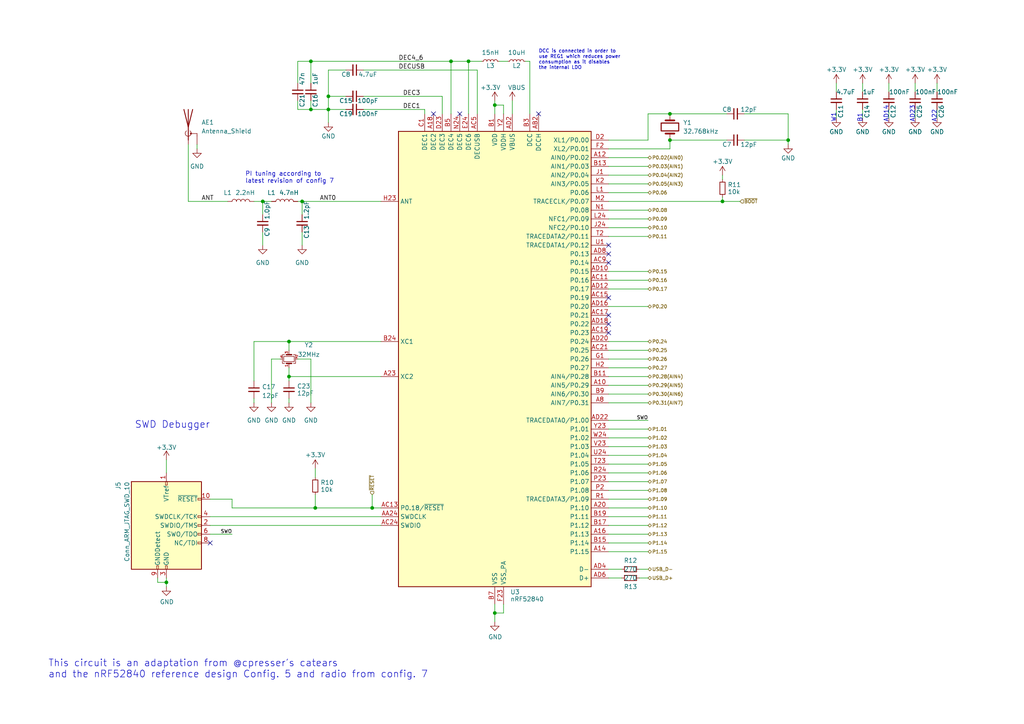
<source format=kicad_sch>
(kicad_sch (version 20230121) (generator eeschema)
  (paper "A4")
  (lib_symbols
    (symbol "Connector:Conn_ARM_JTAG_SWD_10" (pin_names (offset 1.016))
      (property "Reference" "J" (at -2.54 16.51 0))
      (property "Value" "Conn_ARM_JTAG_SWD_10" (at -2.54 13.97 0))
      (symbol "Conn_ARM_JTAG_SWD_10_0_1"
        (rectangle (start -10.16 12.7) (end 10.16 -12.7) (stroke (width 0.254)) (fill (type background)))
        (rectangle (start -2.794 -12.7) (end -2.286 -11.684))
        (rectangle (start -0.254 -12.7) (end 0.254 -11.684))
        (rectangle (start -0.254 12.7) (end 0.254 11.684))
        (rectangle (start 9.144 2.286) (end 10.16 2.794))
        (rectangle (start 10.16 -2.794) (end 9.144 -2.286))
        (rectangle (start 10.16 -0.254) (end 9.144 0.254))
        (rectangle (start 10.16 7.874) (end 9.144 7.366))
      )
      (symbol "Conn_ARM_JTAG_SWD_10_1_1"
        (rectangle (start 9.144 -5.334) (end 10.16 -4.826))
        (pin power_in line (at 0 15.24 270) (length 2.54) (name "VTref") (number "1"))
        (pin open_collector line (at 12.7 7.62 180) (length 2.54) (name "~{RESET}") (number "10"))
        (pin bidirectional line (at 12.7 0 180) (length 2.54) (name "SWDIO/TMS") (number "2"))
        (pin power_in line (at 0 -15.24 90) (length 2.54) (name "GND") (number "3"))
        (pin output line (at 12.7 2.54 180) (length 2.54) (name "SWDCLK/TCK") (number "4"))
        (pin passive line (at 0 -15.24 90) (length 2.54) hide (name "GND") (number "5"))
        (pin input line (at 12.7 -2.54 180) (length 2.54) (name "SWO/TDO") (number "6"))
        (pin no_connect line (at -10.16 0 0) (length 2.54) hide (name "KEY") (number "7"))
        (pin output line (at 12.7 -5.08 180) (length 2.54) (name "NC/TDI") (number "8"))
        (pin passive line (at -2.54 -15.24 90) (length 2.54) (name "GNDDetect") (number "9"))
      )
    )
    (symbol "Device:Antenna_Shield" (pin_numbers hide) (pin_names (offset 1.016) hide)
      (property "Reference" "AE" (at -1.905 4.445 0))
      (property "Value" "Antenna_Shield" (at -1.905 2.54 0))
      (symbol "Antenna_Shield_0_1"
        (arc (start -0.508 -1.143) (mid -0.8485 -2.1032) (end 0 -2.667))
        (arc (start 0 -2.667) (mid 0.8047 -2.0885) (end 0.508 -1.143))
        (polyline (pts (xy 0 -2.54) (xy 0 0)))
        (polyline (pts (xy 0 5.08) (xy 0 -3.81)) (stroke (width 0.254)))
        (polyline (pts (xy 0.762 -1.905) (xy 2.54 -1.905)))
        (polyline (pts (xy 2.54 -2.54) (xy 2.54 -1.905)))
        (polyline (pts (xy 1.27 5.08) (xy 0 0) (xy -1.27 5.08)) (stroke (width 0.254)))
        (circle (center 0.762 -1.905) (radius 0.1778) (fill (type outline)))
      )
      (symbol "Antenna_Shield_1_1"
        (pin input line (at 0 -5.08 90) (length 2.54) (name "A") (number "1"))
        (pin input line (at 2.54 -5.08 90) (length 2.54) (name "Shield") (number "2"))
      )
    )
    (symbol "Device:C_Small" (pin_numbers hide) (pin_names (offset 0.254) hide)
      (property "Reference" "C" (at 0.254 1.778 0))
      (property "Value" "C_Small" (at 0.254 -2.032 0))
      (symbol "C_Small_0_1"
        (polyline (pts (xy -1.524 -0.508) (xy 1.524 -0.508)) (stroke (width 0.3302)))
        (polyline (pts (xy -1.524 0.508) (xy 1.524 0.508)) (stroke (width 0.3048)))
      )
      (symbol "C_Small_1_1"
        (pin passive line (at 0 2.54 270) (length 2.032) (name "~") (number "1"))
        (pin passive line (at 0 -2.54 90) (length 2.032) (name "~") (number "2"))
      )
    )
    (symbol "Device:Crystal" (pin_numbers hide) (pin_names (offset 1.016) hide)
      (property "Reference" "Y" (at 0 3.81 0))
      (property "Value" "Crystal" (at 0 -3.81 0))
      (symbol "Crystal_0_1"
        (rectangle (start -1.143 2.54) (end 1.143 -2.54) (stroke (width 0.3048)))
        (polyline (pts (xy -2.54 0) (xy -1.905 0)))
        (polyline (pts (xy -1.905 -1.27) (xy -1.905 1.27)) (stroke (width 0.508)))
        (polyline (pts (xy 1.905 -1.27) (xy 1.905 1.27)) (stroke (width 0.508)))
        (polyline (pts (xy 2.54 0) (xy 1.905 0)))
      )
      (symbol "Crystal_1_1"
        (pin passive line (at -3.81 0 0) (length 1.27) (name "1") (number "1"))
        (pin passive line (at 3.81 0 180) (length 1.27) (name "2") (number "2"))
      )
    )
    (symbol "Device:Crystal_GND24_Small" (pin_names (offset 1.016) hide)
      (property "Reference" "Y" (at 1.27 4.445 0))
      (property "Value" "Crystal_GND24_Small" (at 1.27 2.54 0))
      (symbol "Crystal_GND24_Small_0_1"
        (rectangle (start -0.762 -1.524) (end 0.762 1.524))
        (polyline (pts (xy -1.27 -0.762) (xy -1.27 0.762)) (stroke (width 0.381)))
        (polyline (pts (xy 1.27 -0.762) (xy 1.27 0.762)) (stroke (width 0.381)))
        (polyline (pts (xy -1.27 -1.27) (xy -1.27 -1.905) (xy 1.27 -1.905) (xy 1.27 -1.27)))
        (polyline (pts (xy -1.27 1.27) (xy -1.27 1.905) (xy 1.27 1.905) (xy 1.27 1.27)))
      )
      (symbol "Crystal_GND24_Small_1_1"
        (pin passive line (at -2.54 0 0) (length 1.27) (name "1") (number "1"))
        (pin passive line (at 0 -2.54 90) (length 0.635) (name "2") (number "2"))
        (pin passive line (at 2.54 0 180) (length 1.27) (name "3") (number "3"))
        (pin passive line (at 0 2.54 270) (length 0.635) (name "4") (number "4"))
      )
    )
    (symbol "Device:L" (pin_numbers hide) (pin_names (offset 1.016) hide)
      (property "Reference" "L" (at -1.27 0 90))
      (property "Value" "L" (at 1.905 0 90))
      (symbol "L_0_1"
        (arc (start 0 -2.54) (mid 0.6323 -1.905) (end 0 -1.27))
        (arc (start 0 -1.27) (mid 0.6323 -0.635) (end 0 0))
        (arc (start 0 0) (mid 0.6323 0.635) (end 0 1.27))
        (arc (start 0 1.27) (mid 0.6323 1.905) (end 0 2.54))
      )
      (symbol "L_1_1"
        (pin passive line (at 0 3.81 270) (length 1.27) (name "1") (number "1"))
        (pin passive line (at 0 -3.81 90) (length 1.27) (name "2") (number "2"))
      )
    )
    (symbol "Device:L_Small" (pin_numbers hide) (pin_names (offset 0.254) hide)
      (property "Reference" "L" (at 0.762 1.016 0))
      (property "Value" "L_Small" (at 0.762 -1.016 0))
      (symbol "L_Small_0_1"
        (arc (start 0 -2.032) (mid 0.5058 -1.524) (end 0 -1.016))
        (arc (start 0 -1.016) (mid 0.5058 -0.508) (end 0 0))
        (arc (start 0 0) (mid 0.5058 0.508) (end 0 1.016))
        (arc (start 0 1.016) (mid 0.5058 1.524) (end 0 2.032))
      )
      (symbol "L_Small_1_1"
        (pin passive line (at 0 2.54 270) (length 0.508) (name "~") (number "1"))
        (pin passive line (at 0 -2.54 90) (length 0.508) (name "~") (number "2"))
      )
    )
    (symbol "Device:R_Small" (pin_numbers hide) (pin_names (offset 0.254) hide)
      (property "Reference" "R" (at 0.762 0.508 0))
      (property "Value" "R_Small" (at 0.762 -1.016 0))
      (symbol "R_Small_0_1"
        (rectangle (start -0.762 1.778) (end 0.762 -1.778) (stroke (width 0.2032)))
      )
      (symbol "R_Small_1_1"
        (pin passive line (at 0 2.54 270) (length 0.762) (name "~") (number "1"))
        (pin passive line (at 0 -2.54 90) (length 0.762) (name "~") (number "2"))
      )
    )
    (symbol "MCU_Nordic:nRF52840"
      (property "Reference" "U" (at 0 5.08 0))
      (property "Value" "nRF52840" (at 0 2.54 0))
      (symbol "nRF52840_0_1"
        (rectangle (start -27.94 66.04) (end 27.94 -66.04) (stroke (width 0.254)) (fill (type background)))
      )
      (symbol "nRF52840_1_1"
        (pin bidirectional line (at 33.02 -7.62 180) (length 5.08) (name "AIN5/P0.29") (number "A10"))
        (pin bidirectional line (at 33.02 58.42 180) (length 5.08) (name "AIN0/P0.02") (number "A12"))
        (pin bidirectional line (at 33.02 -55.88 180) (length 5.08) (name "P1.15") (number "A14"))
        (pin bidirectional line (at 33.02 -50.8 180) (length 5.08) (name "P1.13") (number "A16"))
        (pin passive line (at -17.78 71.12 270) (length 5.08) (name "DEC2") (number "A18"))
        (pin bidirectional line (at 33.02 -43.18 180) (length 5.08) (name "P1.10") (number "A20"))
        (pin passive line (at 0 71.12 270) (length 5.08) hide (name "VDD") (number "A22"))
        (pin input line (at -33.02 -5.08 0) (length 5.08) (name "XC2") (number "A23"))
        (pin bidirectional line (at 33.02 -12.7 180) (length 5.08) (name "AIN7/P0.31") (number "A8"))
        (pin input line (at -33.02 -45.72 0) (length 5.08) (name "SWDCLK") (number "AA24"))
        (pin power_out line (at 12.7 71.12 270) (length 5.08) (name "DCCH") (number "AB2"))
        (pin bidirectional line (at 33.02 22.86 180) (length 5.08) (name "P0.16") (number "AC11"))
        (pin bidirectional line (at -33.02 -43.18 0) (length 5.08) (name "P0.18/~{RESET}") (number "AC13"))
        (pin bidirectional line (at 33.02 17.78 180) (length 5.08) (name "P0.19") (number "AC15"))
        (pin bidirectional line (at 33.02 12.7 180) (length 5.08) (name "P0.21") (number "AC17"))
        (pin bidirectional line (at 33.02 7.62 180) (length 5.08) (name "P0.23") (number "AC19"))
        (pin bidirectional line (at 33.02 2.54 180) (length 5.08) (name "P0.25") (number "AC21"))
        (pin bidirectional line (at -33.02 -48.26 0) (length 5.08) (name "SWDIO") (number "AC24"))
        (pin passive line (at -5.08 71.12 270) (length 5.08) (name "DECUSB") (number "AC5"))
        (pin bidirectional line (at 33.02 27.94 180) (length 5.08) (name "P0.14") (number "AC9"))
        (pin bidirectional line (at 33.02 25.4 180) (length 5.08) (name "P0.15") (number "AD10"))
        (pin bidirectional line (at 33.02 20.32 180) (length 5.08) (name "P0.17") (number "AD12"))
        (pin passive line (at 0 71.12 270) (length 5.08) hide (name "VDD") (number "AD14"))
        (pin bidirectional line (at 33.02 15.24 180) (length 5.08) (name "P0.20") (number "AD16"))
        (pin bidirectional line (at 33.02 10.16 180) (length 5.08) (name "P0.22") (number "AD18"))
        (pin power_in line (at 5.08 71.12 270) (length 5.08) (name "VBUS") (number "AD2"))
        (pin bidirectional line (at 33.02 5.08 180) (length 5.08) (name "P0.24") (number "AD20"))
        (pin bidirectional line (at 33.02 -17.78 180) (length 5.08) (name "TRACEDATA0/P1.00") (number "AD22"))
        (pin passive line (at 0 71.12 270) (length 5.08) hide (name "VDD") (number "AD23"))
        (pin bidirectional line (at 33.02 -60.96 180) (length 5.08) (name "D-") (number "AD4"))
        (pin bidirectional line (at 33.02 -63.5 180) (length 5.08) (name "D+") (number "AD6"))
        (pin bidirectional line (at 33.02 30.48 180) (length 5.08) (name "P0.13") (number "AD8"))
        (pin power_in line (at 0 71.12 270) (length 5.08) (name "VDD") (number "B1"))
        (pin bidirectional line (at 33.02 -5.08 180) (length 5.08) (name "AIN4/P0.28") (number "B11"))
        (pin bidirectional line (at 33.02 55.88 180) (length 5.08) (name "AIN1/P0.03") (number "B13"))
        (pin bidirectional line (at 33.02 -53.34 180) (length 5.08) (name "P1.14") (number "B15"))
        (pin bidirectional line (at 33.02 -48.26 180) (length 5.08) (name "P1.12") (number "B17"))
        (pin bidirectional line (at 33.02 -45.72 180) (length 5.08) (name "P1.11") (number "B19"))
        (pin input line (at -33.02 5.08 0) (length 5.08) (name "XC1") (number "B24"))
        (pin power_out line (at 10.16 71.12 270) (length 5.08) (name "DCC") (number "B3"))
        (pin passive line (at -12.7 71.12 270) (length 5.08) (name "DEC4") (number "B5"))
        (pin power_in line (at 0 -71.12 90) (length 5.08) (name "VSS") (number "B7"))
        (pin bidirectional line (at 33.02 -10.16 180) (length 5.08) (name "AIN6/P0.30") (number "B9"))
        (pin passive line (at -20.32 71.12 270) (length 5.08) (name "DEC1") (number "C1"))
        (pin bidirectional line (at 33.02 63.5 180) (length 5.08) (name "XL1/P0.00") (number "D2"))
        (pin passive line (at -15.24 71.12 270) (length 5.08) (name "DEC3") (number "D23"))
        (pin passive line (at -7.62 71.12 270) (length 5.08) (name "DEC6") (number "E24"))
        (pin passive line (at 0 -71.12 90) (length 5.08) hide (name "VSS") (number "EP"))
        (pin bidirectional line (at 33.02 60.96 180) (length 5.08) (name "XL2/P0.01") (number "F2"))
        (pin power_in line (at 2.54 -71.12 90) (length 5.08) (name "VSS_PA") (number "F23"))
        (pin bidirectional line (at 33.02 0 180) (length 5.08) (name "P0.26") (number "G1"))
        (pin bidirectional line (at 33.02 -2.54 180) (length 5.08) (name "P0.27") (number "H2"))
        (pin passive line (at -33.02 45.72 0) (length 5.08) (name "ANT") (number "H23"))
        (pin bidirectional line (at 33.02 53.34 180) (length 5.08) (name "AIN2/P0.04") (number "J1"))
        (pin bidirectional line (at 33.02 38.1 180) (length 5.08) (name "NFC2/P0.10") (number "J24"))
        (pin bidirectional line (at 33.02 50.8 180) (length 5.08) (name "AIN3/P0.05") (number "K2"))
        (pin bidirectional line (at 33.02 48.26 180) (length 5.08) (name "P0.06") (number "L1"))
        (pin bidirectional line (at 33.02 40.64 180) (length 5.08) (name "NFC1/P0.09") (number "L24"))
        (pin bidirectional line (at 33.02 45.72 180) (length 5.08) (name "TRACECLK/P0.07") (number "M2"))
        (pin bidirectional line (at 33.02 43.18 180) (length 5.08) (name "P0.08") (number "N1"))
        (pin passive line (at -10.16 71.12 270) (length 5.08) (name "DEC5") (number "N24"))
        (pin bidirectional line (at 33.02 -38.1 180) (length 5.08) (name "P1.08") (number "P2"))
        (pin bidirectional line (at 33.02 -35.56 180) (length 5.08) (name "P1.07") (number "P23"))
        (pin bidirectional line (at 33.02 -40.64 180) (length 5.08) (name "TRACEDATA3/P1.09") (number "R1"))
        (pin bidirectional line (at 33.02 -33.02 180) (length 5.08) (name "P1.06") (number "R24"))
        (pin bidirectional line (at 33.02 35.56 180) (length 5.08) (name "TRACEDATA2/P0.11") (number "T2"))
        (pin bidirectional line (at 33.02 -30.48 180) (length 5.08) (name "P1.05") (number "T23"))
        (pin bidirectional line (at 33.02 33.02 180) (length 5.08) (name "TRACEDATA1/P0.12") (number "U1"))
        (pin bidirectional line (at 33.02 -27.94 180) (length 5.08) (name "P1.04") (number "U24"))
        (pin bidirectional line (at 33.02 -25.4 180) (length 5.08) (name "P1.03") (number "V23"))
        (pin passive line (at 0 71.12 270) (length 5.08) hide (name "VDD") (number "W1"))
        (pin bidirectional line (at 33.02 -22.86 180) (length 5.08) (name "P1.02") (number "W24"))
        (pin power_in line (at 2.54 71.12 270) (length 5.08) (name "VDDH") (number "Y2"))
        (pin bidirectional line (at 33.02 -20.32 180) (length 5.08) (name "P1.01") (number "Y23"))
      )
    )
    (symbol "power:+3.3V" (power) (pin_names (offset 0))
      (property "Value" "+3.3V" (at 0 3.556 0))
      (symbol "+3.3V_0_1"
        (polyline (pts (xy -0.762 1.27) (xy 0 2.54)))
        (polyline (pts (xy 0 0) (xy 0 2.54)))
        (polyline (pts (xy 0 2.54) (xy 0.762 1.27)))
      )
      (symbol "+3.3V_1_1"
        (pin power_in line (at 0 0 90) (length 0) hide (name "+3.3V") (number "1"))
      )
    )
    (symbol "power:GND" (power) (pin_names (offset 0))
      (property "Value" "GND" (at 0 -3.81 0))
      (symbol "GND_0_1"
        (polyline (pts (xy 0 0) (xy 0 -1.27) (xy 1.27 -1.27) (xy 0 -2.54) (xy -1.27 -1.27) (xy 0 -1.27)))
      )
      (symbol "GND_1_1"
        (pin power_in line (at 0 0 270) (length 0) hide (name "GND") (number "1"))
      )
    )
    (symbol "power:VBUS" (power) (pin_names (offset 0))
      (property "Value" "VBUS" (at 0 3.81 0))
      (symbol "VBUS_0_1"
        (polyline (pts (xy -0.762 1.27) (xy 0 2.54)))
        (polyline (pts (xy 0 0) (xy 0 2.54)))
        (polyline (pts (xy 0 2.54) (xy 0.762 1.27)))
      )
      (symbol "VBUS_1_1"
        (pin power_in line (at 0 0 90) (length 0) hide (name "VBUS") (number "1"))
      )
    )
  )
  (junction (at 143.51 30.48))
  (junction (at 90.17 17.78))
  (junction (at 90.17 31.75))
  (junction (at 48.26 168.91))
  (junction (at 87.63 58.42))
  (junction (at 135.89 17.78))
  (junction (at 194.31 33.02))
  (junction (at 194.31 40.64))
  (junction (at 143.51 177.8))
  (junction (at 107.95 147.32))
  (junction (at 95.25 31.75))
  (junction (at 95.25 27.94))
  (junction (at 228.6 40.64))
  (junction (at 83.82 109.22))
  (junction (at 209.55 58.42))
  (junction (at 91.44 147.32))
  (junction (at 130.81 17.78))
  (junction (at 76.2 58.42))
  (junction (at 83.82 99.06))
  (no_connect (at 60.96 157.48))
  (no_connect (at 156.21 33.02))
  (no_connect (at 176.53 73.66))
  (no_connect (at 176.53 71.12))
  (no_connect (at 133.35 33.02))
  (no_connect (at 176.53 91.44))
  (no_connect (at 176.53 93.98))
  (no_connect (at 125.73 33.02))
  (no_connect (at 176.53 86.36))
  (no_connect (at 176.53 76.2))
  (no_connect (at 176.53 96.52))
  (wire (pts (xy 148.59 29.21) (xy 148.59 33.02)))
  (wire (pts (xy 176.53 121.92) (xy 187.96 121.92)))
  (wire (pts (xy 100.33 27.94) (xy 95.25 27.94)))
  (wire (pts (xy 228.6 33.02) (xy 228.6 40.64)))
  (wire (pts (xy 176.53 66.04) (xy 187.96 66.04)))
  (wire (pts (xy 91.44 135.89) (xy 91.44 138.43)))
  (wire (pts (xy 100.33 31.75) (xy 95.25 31.75)))
  (wire (pts (xy 143.51 30.48) (xy 143.51 33.02)))
  (wire (pts (xy 83.82 109.22) (xy 110.49 109.22)))
  (wire (pts (xy 105.41 20.32) (xy 138.43 20.32)))
  (wire (pts (xy 209.55 50.8) (xy 209.55 52.07)))
  (wire (pts (xy 54.61 41.91) (xy 54.61 58.42)))
  (wire (pts (xy 215.9 33.02) (xy 228.6 33.02)))
  (wire (pts (xy 185.42 165.1) (xy 187.96 165.1)))
  (wire (pts (xy 138.43 33.02) (xy 138.43 20.32)))
  (wire (pts (xy 242.57 31.75) (xy 242.57 34.29)))
  (wire (pts (xy 176.53 99.06) (xy 187.96 99.06)))
  (wire (pts (xy 176.53 152.4) (xy 187.96 152.4)))
  (wire (pts (xy 83.82 99.06) (xy 83.82 101.6)))
  (wire (pts (xy 176.53 83.82) (xy 187.96 83.82)))
  (wire (pts (xy 81.28 104.14) (xy 78.74 104.14)))
  (wire (pts (xy 143.51 177.8) (xy 143.51 180.34)))
  (wire (pts (xy 60.96 152.4) (xy 110.49 152.4)))
  (wire (pts (xy 86.36 58.42) (xy 87.63 58.42)))
  (wire (pts (xy 146.05 30.48) (xy 143.51 30.48)))
  (wire (pts (xy 176.53 88.9) (xy 187.96 88.9)))
  (wire (pts (xy 176.53 116.84) (xy 187.96 116.84)))
  (wire (pts (xy 73.66 110.49) (xy 73.66 99.06)))
  (wire (pts (xy 209.55 58.42) (xy 214.63 58.42)))
  (wire (pts (xy 250.19 31.75) (xy 250.19 34.29)))
  (wire (pts (xy 87.63 58.42) (xy 110.49 58.42)))
  (wire (pts (xy 86.36 29.21) (xy 86.36 31.75)))
  (wire (pts (xy 176.53 165.1) (xy 180.34 165.1)))
  (wire (pts (xy 176.53 106.68) (xy 187.96 106.68)))
  (wire (pts (xy 86.36 104.14) (xy 90.17 104.14)))
  (wire (pts (xy 73.66 99.06) (xy 83.82 99.06)))
  (wire (pts (xy 128.27 27.94) (xy 128.27 33.02)))
  (wire (pts (xy 215.9 40.64) (xy 228.6 40.64)))
  (wire (pts (xy 90.17 104.14) (xy 90.17 116.84)))
  (wire (pts (xy 176.53 160.02) (xy 187.96 160.02)))
  (wire (pts (xy 95.25 31.75) (xy 95.25 35.56)))
  (wire (pts (xy 176.53 58.42) (xy 209.55 58.42)))
  (wire (pts (xy 176.53 55.88) (xy 187.96 55.88)))
  (wire (pts (xy 176.53 144.78) (xy 187.96 144.78)))
  (wire (pts (xy 54.61 58.42) (xy 66.04 58.42)))
  (wire (pts (xy 73.66 58.42) (xy 76.2 58.42)))
  (wire (pts (xy 271.78 31.75) (xy 271.78 34.29)))
  (wire (pts (xy 60.96 154.94) (xy 67.31 154.94)))
  (wire (pts (xy 209.55 58.42) (xy 209.55 57.15)))
  (wire (pts (xy 143.51 29.21) (xy 143.51 30.48)))
  (wire (pts (xy 176.53 139.7) (xy 187.96 139.7)))
  (wire (pts (xy 76.2 58.42) (xy 76.2 62.23)))
  (wire (pts (xy 90.17 31.75) (xy 95.25 31.75)))
  (wire (pts (xy 57.15 41.91) (xy 57.15 43.18)))
  (wire (pts (xy 176.53 132.08) (xy 187.96 132.08)))
  (wire (pts (xy 176.53 101.6) (xy 187.96 101.6)))
  (wire (pts (xy 135.89 33.02) (xy 135.89 17.78)))
  (wire (pts (xy 257.81 24.13) (xy 257.81 26.67)))
  (wire (pts (xy 176.53 114.3) (xy 187.96 114.3)))
  (wire (pts (xy 176.53 149.86) (xy 187.96 149.86)))
  (wire (pts (xy 176.53 53.34) (xy 187.96 53.34)))
  (wire (pts (xy 123.19 33.02) (xy 123.19 31.75)))
  (wire (pts (xy 146.05 33.02) (xy 146.05 30.48)))
  (wire (pts (xy 87.63 58.42) (xy 87.63 62.23)))
  (wire (pts (xy 130.81 33.02) (xy 130.81 17.78)))
  (wire (pts (xy 176.53 137.16) (xy 187.96 137.16)))
  (wire (pts (xy 135.89 17.78) (xy 139.7 17.78)))
  (wire (pts (xy 86.36 17.78) (xy 86.36 24.13)))
  (wire (pts (xy 144.78 17.78) (xy 147.32 17.78)))
  (wire (pts (xy 176.53 111.76) (xy 187.96 111.76)))
  (wire (pts (xy 95.25 20.32) (xy 95.25 27.94)))
  (wire (pts (xy 265.43 31.75) (xy 265.43 34.29)))
  (wire (pts (xy 242.57 24.13) (xy 242.57 26.67)))
  (wire (pts (xy 176.53 167.64) (xy 180.34 167.64)))
  (wire (pts (xy 176.53 68.58) (xy 187.96 68.58)))
  (wire (pts (xy 95.25 27.94) (xy 95.25 31.75)))
  (wire (pts (xy 60.96 149.86) (xy 110.49 149.86)))
  (wire (pts (xy 176.53 124.46) (xy 187.96 124.46)))
  (wire (pts (xy 194.31 40.64) (xy 210.82 40.64)))
  (wire (pts (xy 83.82 115.57) (xy 83.82 116.84)))
  (wire (pts (xy 187.96 33.02) (xy 194.31 33.02)))
  (wire (pts (xy 176.53 109.22) (xy 187.96 109.22)))
  (wire (pts (xy 67.31 147.32) (xy 91.44 147.32)))
  (wire (pts (xy 60.96 144.78) (xy 67.31 144.78)))
  (wire (pts (xy 90.17 17.78) (xy 90.17 24.13)))
  (wire (pts (xy 78.74 104.14) (xy 78.74 116.84)))
  (wire (pts (xy 135.89 17.78) (xy 130.81 17.78)))
  (wire (pts (xy 176.53 48.26) (xy 187.96 48.26)))
  (wire (pts (xy 176.53 104.14) (xy 187.96 104.14)))
  (wire (pts (xy 143.51 175.26) (xy 143.51 177.8)))
  (wire (pts (xy 48.26 170.18) (xy 48.26 168.91)))
  (wire (pts (xy 86.36 31.75) (xy 90.17 31.75)))
  (wire (pts (xy 73.66 115.57) (xy 73.66 116.84)))
  (wire (pts (xy 176.53 157.48) (xy 187.96 157.48)))
  (wire (pts (xy 257.81 31.75) (xy 257.81 34.29)))
  (wire (pts (xy 176.53 50.8) (xy 187.96 50.8)))
  (wire (pts (xy 91.44 143.51) (xy 91.44 147.32)))
  (wire (pts (xy 87.63 67.31) (xy 87.63 71.12)))
  (wire (pts (xy 250.19 24.13) (xy 250.19 26.67)))
  (wire (pts (xy 176.53 147.32) (xy 187.96 147.32)))
  (wire (pts (xy 194.31 33.02) (xy 210.82 33.02)))
  (wire (pts (xy 176.53 43.18) (xy 194.31 43.18)))
  (wire (pts (xy 152.4 17.78) (xy 153.67 17.78)))
  (wire (pts (xy 176.53 134.62) (xy 187.96 134.62)))
  (wire (pts (xy 76.2 58.42) (xy 78.74 58.42)))
  (wire (pts (xy 91.44 147.32) (xy 107.95 147.32)))
  (wire (pts (xy 100.33 20.32) (xy 95.25 20.32)))
  (wire (pts (xy 107.95 147.32) (xy 110.49 147.32)))
  (wire (pts (xy 48.26 168.91) (xy 48.26 167.64)))
  (wire (pts (xy 45.72 168.91) (xy 48.26 168.91)))
  (wire (pts (xy 83.82 106.68) (xy 83.82 109.22)))
  (wire (pts (xy 90.17 17.78) (xy 86.36 17.78)))
  (wire (pts (xy 176.53 40.64) (xy 187.96 40.64)))
  (wire (pts (xy 176.53 81.28) (xy 187.96 81.28)))
  (wire (pts (xy 48.26 137.16) (xy 48.26 133.35)))
  (wire (pts (xy 176.53 142.24) (xy 187.96 142.24)))
  (wire (pts (xy 176.53 60.96) (xy 187.96 60.96)))
  (wire (pts (xy 105.41 27.94) (xy 128.27 27.94)))
  (wire (pts (xy 153.67 33.02) (xy 153.67 17.78)))
  (wire (pts (xy 83.82 99.06) (xy 110.49 99.06)))
  (wire (pts (xy 105.41 31.75) (xy 123.19 31.75)))
  (wire (pts (xy 187.96 40.64) (xy 187.96 33.02)))
  (wire (pts (xy 271.78 24.13) (xy 271.78 26.67)))
  (wire (pts (xy 107.95 143.51) (xy 107.95 147.32)))
  (wire (pts (xy 176.53 129.54) (xy 187.96 129.54)))
  (wire (pts (xy 185.42 167.64) (xy 187.96 167.64)))
  (wire (pts (xy 176.53 127) (xy 187.96 127)))
  (wire (pts (xy 176.53 45.72) (xy 187.96 45.72)))
  (wire (pts (xy 83.82 109.22) (xy 83.82 110.49)))
  (wire (pts (xy 146.05 177.8) (xy 143.51 177.8)))
  (wire (pts (xy 176.53 63.5) (xy 187.96 63.5)))
  (wire (pts (xy 146.05 175.26) (xy 146.05 177.8)))
  (wire (pts (xy 90.17 29.21) (xy 90.17 31.75)))
  (wire (pts (xy 76.2 67.31) (xy 76.2 71.12)))
  (wire (pts (xy 130.81 17.78) (xy 90.17 17.78)))
  (wire (pts (xy 228.6 40.64) (xy 228.6 41.91)))
  (wire (pts (xy 265.43 24.13) (xy 265.43 26.67)))
  (wire (pts (xy 176.53 78.74) (xy 187.96 78.74)))
  (wire (pts (xy 45.72 167.64) (xy 45.72 168.91)))
  (wire (pts (xy 176.53 154.94) (xy 187.96 154.94)))
  (wire (pts (xy 194.31 43.18) (xy 194.31 40.64)))
  (wire (pts (xy 67.31 144.78) (xy 67.31 147.32)))
  (text "B1" (at 250.19 35.56 90) (effects (font (size 1.27 1.27)) (justify left bottom)))
  (text "AD14" (at 257.81 35.56 90) (effects (font (size 1.27 1.27)) (justify left bottom)))
  (text "DCC is connected in order to\nuse REG1 which reduces power\nconsumption as it disables\nthe internal LDO" (at 156.21 20.32 0) (effects (font (size 0.9906 0.9906)) (justify left bottom)))
  (text "A22" (at 271.78 35.56 90) (effects (font (size 1.27 1.27)) (justify left bottom)))
  (text "SWD Debugger" (at 60.96 124.46 0) (effects (font (size 2.0066 2.0066)) (justify right bottom)))
  (text "AD23" (at 265.43 35.56 90) (effects (font (size 1.27 1.27)) (justify left bottom)))
  (text "W1" (at 242.57 35.56 90) (effects (font (size 1.27 1.27)) (justify left bottom)))
  (text "PI tuning according to \nlatest revision of config 7" (at 71.12 53.34 0) (effects (font (size 1.27 1.27)) (justify left bottom)))
  (text "This circuit is an adaptation from @cpresser's catears\nand the nRF52840 reference design Config. 5 and radio from config. 7" (at 13.97 196.85 0) (effects (font (size 2 2)) (justify left bottom)))
  (label "DECUSB" (at 115.57 20.32 0))
  (label "DEC1" (at 116.84 31.75 0))
  (label "DEC3" (at 116.84 27.94 0))
  (label "DEC4_6" (at 115.57 17.78 0))
  (label "ANT0" (at 92.71 58.42 0))
  (label "SWO" (at 187.96 121.92 180) (effects (font (size 0.9906 0.9906))))
  (label "SWO" (at 67.31 154.94 180) (effects (font (size 1 1))))
  (label "ANT" (at 58.42 58.42 0))
  (hierarchical_label "P0.30(AIN6)" (shape bidirectional) (at 187.96 114.3 0) (effects (font (size 0.9906 0.9906))))
  (hierarchical_label "P0.17" (shape bidirectional) (at 187.96 83.82 0) (effects (font (size 0.9906 0.9906))))
  (hierarchical_label "P0.25" (shape bidirectional) (at 187.96 101.6 0) (effects (font (size 0.9906 0.9906))))
  (hierarchical_label "P1.11" (shape bidirectional) (at 187.96 149.86 0) (effects (font (size 0.9906 0.9906))))
  (hierarchical_label "~{BOOT}" (shape input) (at 214.63 58.42 0) (effects (font (size 0.9906 0.9906))))
  (hierarchical_label "P1.15" (shape bidirectional) (at 187.96 160.02 0) (effects (font (size 0.9906 0.9906))))
  (hierarchical_label "P1.13" (shape bidirectional) (at 187.96 154.94 0) (effects (font (size 0.9906 0.9906))))
  (hierarchical_label "P1.04" (shape bidirectional) (at 187.96 132.08 0) (effects (font (size 0.9906 0.9906))))
  (hierarchical_label "P1.03" (shape bidirectional) (at 187.96 129.54 0) (effects (font (size 0.9906 0.9906))))
  (hierarchical_label "P0.20" (shape bidirectional) (at 187.96 88.9 0) (effects (font (size 0.9906 0.9906))))
  (hierarchical_label "P1.10" (shape bidirectional) (at 187.96 147.32 0) (effects (font (size 0.9906 0.9906))))
  (hierarchical_label "P0.16" (shape bidirectional) (at 187.96 81.28 0) (effects (font (size 0.9906 0.9906))))
  (hierarchical_label "USB_D-" (shape bidirectional) (at 187.96 165.1 0) (effects (font (size 0.9906 0.9906))))
  (hierarchical_label "P0.31(AIN7)" (shape bidirectional) (at 187.96 116.84 0) (effects (font (size 0.9906 0.9906))))
  (hierarchical_label "P1.14" (shape bidirectional) (at 187.96 157.48 0) (effects (font (size 0.9906 0.9906))))
  (hierarchical_label "~{RESET}" (shape input) (at 107.95 143.51 90) (effects (font (size 0.9906 0.9906))))
  (hierarchical_label "P0.26" (shape bidirectional) (at 187.96 104.14 0) (effects (font (size 0.9906 0.9906))))
  (hierarchical_label "P1.05" (shape bidirectional) (at 187.96 134.62 0) (effects (font (size 0.9906 0.9906))))
  (hierarchical_label "P0.28(AIN4)" (shape bidirectional) (at 187.96 109.22 0) (effects (font (size 0.9906 0.9906))))
  (hierarchical_label "P1.02" (shape bidirectional) (at 187.96 127 0) (effects (font (size 0.9906 0.9906))))
  (hierarchical_label "P0.03(AIN1)" (shape bidirectional) (at 187.96 48.26 0) (effects (font (size 0.9906 0.9906))))
  (hierarchical_label "P0.05(AIN3)" (shape bidirectional) (at 187.96 53.34 0) (effects (font (size 0.9906 0.9906))))
  (hierarchical_label "P0.15" (shape bidirectional) (at 187.96 78.74 0) (effects (font (size 0.9906 0.9906))))
  (hierarchical_label "P0.04(AIN2)" (shape bidirectional) (at 187.96 50.8 0) (effects (font (size 0.9906 0.9906))))
  (hierarchical_label "P0.11" (shape bidirectional) (at 187.96 68.58 0) (effects (font (size 0.9906 0.9906))))
  (hierarchical_label "P1.09" (shape bidirectional) (at 187.96 144.78 0) (effects (font (size 0.9906 0.9906))))
  (hierarchical_label "P0.06" (shape bidirectional) (at 187.96 55.88 0) (effects (font (size 0.9906 0.9906))))
  (hierarchical_label "P0.08" (shape bidirectional) (at 187.96 60.96 0) (effects (font (size 0.9906 0.9906))))
  (hierarchical_label "P0.24" (shape bidirectional) (at 187.96 99.06 0) (effects (font (size 0.9906 0.9906))))
  (hierarchical_label "P1.06" (shape bidirectional) (at 187.96 137.16 0) (effects (font (size 0.9906 0.9906))))
  (hierarchical_label "P0.27" (shape bidirectional) (at 187.96 106.68 0) (effects (font (size 0.9906 0.9906))))
  (hierarchical_label "P0.10" (shape bidirectional) (at 187.96 66.04 0) (effects (font (size 0.9906 0.9906))))
  (hierarchical_label "P0.29(AIN5)" (shape bidirectional) (at 187.96 111.76 0) (effects (font (size 0.9906 0.9906))))
  (hierarchical_label "P0.02(AIN0)" (shape bidirectional) (at 187.96 45.72 0) (effects (font (size 0.9906 0.9906))))
  (hierarchical_label "P0.09" (shape bidirectional) (at 187.96 63.5 0) (effects (font (size 0.9906 0.9906))))
  (hierarchical_label "P1.08" (shape bidirectional) (at 187.96 142.24 0) (effects (font (size 0.9906 0.9906))))
  (hierarchical_label "USB_D+" (shape bidirectional) (at 187.96 167.64 0) (effects (font (size 0.9906 0.9906))))
  (hierarchical_label "P1.07" (shape bidirectional) (at 187.96 139.7 0) (effects (font (size 0.9906 0.9906))))
  (hierarchical_label "P1.01" (shape bidirectional) (at 187.96 124.46 0) (effects (font (size 0.9906 0.9906))))
  (hierarchical_label "P1.12" (shape bidirectional) (at 187.96 152.4 0) (effects (font (size 0.9906 0.9906))))
  (symbol (lib_id "power:GND") (at 95.25 35.56 0) (unit 1)
    (property "Reference" "#PWR028" (effects hide))
    (property "Value" "GND" (at 95.25 39.505 0))
  )
  (symbol (lib_id "power:VBUS") (at 148.59 29.21 0) (unit 1)
    (property "Reference" "#PWR0116" (effects hide))
    (property "Value" "VBUS" (at 149.86 25.4 0))
    (instances (project "K380-platine" (path "" (reference "#PWR0116") (unit 1)) (path "" (reference "#PWR011") (unit 1))))
  )
  (symbol (lib_id "power:GND") (at 83.82 116.84 0) (unit 1)
    (property "Reference" "#PWR0107" (effects hide))
    (property "Value" "GND" (at 83.82 121.92 0))
    (instances (project "catear_pcb" (path "" (reference "#PWR0107") (unit 1))) (project "K380-platine" (path "" (reference "#PWR025") (unit 1))))
  )
  (symbol (lib_id "Device:Crystal") (at 194.31 36.83 90) (unit 1)
    (property "Reference" "Y1" (at 198.12 35.56 90) (effects (justify right)))
    (property "Value" "32.768kHz" (at 198.12 38.1 90) (effects (justify right)))
    (property "Footprint" "Capacitor_SMD:C_0603_1608Metric_Pad1.08x0.95mm_HandSolder" (effects hide))
  )
  (symbol (lib_id "Device:C_Small") (at 102.87 27.94 270) (unit 1)
    (property "Reference" "C15" (at 100.33 29.21 90))
    (property "Value" "100pF" (at 106.68 29.21 90))
    (property "Footprint" "Capacitor_SMD:C_0603_1608Metric_Pad1.08x0.95mm_HandSolder" (effects hide))
    (instances (project "catear_pcb" (path "" (reference "C15") (unit 1))) (project "K380-platine" (path "" (reference "C19") (unit 1))))
  )
  (symbol (lib_id "power:GND") (at 48.26 170.18 0) (unit 1)
    (property "Reference" "#PWR012" (effects hide))
    (property "Value" "GND" (at 48.387 174.5742 0))
    (instances (project "K380-platine" (path "" (reference "#PWR012") (unit 1)) (path "" (reference "#PWR018") (unit 1))))
  )
  (symbol (lib_id "power:GND") (at 250.19 34.29 0) (unit 1)
    (property "Reference" "#PWR030" (effects hide))
    (property "Value" "GND" (at 250.19 38.235 0))
  )
  (symbol (lib_id "power:GND") (at 265.43 34.29 0) (unit 1)
    (property "Reference" "#PWR044" (effects hide))
    (property "Value" "GND" (at 265.43 38.235 0))
  )
  (symbol (lib_id "Device:C_Small") (at 86.36 26.67 0) (unit 1)
    (property "Reference" "C21" (at 87.63 29.21 90))
    (property "Value" "47n" (at 87.63 22.86 90))
    (property "Footprint" "Capacitor_SMD:C_0603_1608Metric_Pad1.08x0.95mm_HandSolder" (effects hide))
    (instances (project "catear_pcb" (path "" (reference "C21") (unit 1))) (project "K380-platine" (path "" (reference "C15") (unit 1))))
  )
  (symbol (lib_id "Device:C_Small") (at 102.87 20.32 270) (unit 1)
    (property "Reference" "C8" (at 100.33 21.59 90))
    (property "Value" "4.7uF" (at 106.68 21.59 90))
    (property "Footprint" "Capacitor_SMD:C_0603_1608Metric_Pad1.08x0.95mm_HandSolder" (effects hide))
    (instances (project "catear_pcb" (path "" (reference "C8") (unit 1))) (project "K380-platine" (path "" (reference "C17") (unit 1))))
  )
  (symbol (lib_id "Device:C_Small") (at 271.78 29.21 0) (unit 1)
    (property "Reference" "C26" (at 273.05 34.29 90) (effects (justify left)))
    (property "Value" "100nF" (at 271.78 26.67 0) (effects (justify left)))
    (property "Footprint" "Capacitor_SMD:C_0603_1608Metric_Pad1.08x0.95mm_HandSolder" (effects hide))
  )
  (symbol (lib_id "power:+3.3V") (at 250.19 24.13 0) (unit 1)
    (property "Reference" "#PWR029" (effects hide))
    (property "Value" "+3.3V" (at 250.19 20.185 0))
  )
  (symbol (lib_id "Device:C_Small") (at 213.36 33.02 90) (unit 1)
    (property "Reference" "C8" (at 210.82 31.75 90))
    (property "Value" "12pF" (at 217.17 31.75 90))
    (property "Footprint" "Capacitor_SMD:C_0603_1608Metric_Pad1.08x0.95mm_HandSolder" (effects hide))
  )
  (symbol (lib_id "Device:C_Small") (at 102.87 31.75 270) (unit 1)
    (property "Reference" "C19" (at 100.33 33.02 90))
    (property "Value" "100nF" (at 106.68 33.02 90))
    (property "Footprint" "Capacitor_SMD:C_0603_1608Metric_Pad1.08x0.95mm_HandSolder" (effects hide))
    (instances (project "catear_pcb" (path "" (reference "C19") (unit 1))) (project "K380-platine" (path "" (reference "C20") (unit 1))))
  )
  (symbol (lib_id "power:GND") (at 228.6 41.91 0) (unit 1)
    (property "Reference" "#PWR021" (effects hide))
    (property "Value" "GND" (at 228.6 45.855 0))
  )
  (symbol (lib_id "Device:C_Small") (at 73.66 113.03 0) (unit 1)
    (property "Reference" "C17" (at 75.9841 112.2016 0) (effects (justify left)))
    (property "Value" "12pF" (at 75.9841 114.7385 0) (effects (justify left)))
    (property "Footprint" "Capacitor_SMD:C_0603_1608Metric_Pad1.08x0.95mm_HandSolder" (effects hide))
    (instances (project "catear_pcb" (path "" (reference "C17") (unit 1))) (project "K380-platine" (path "" (reference "C9") (unit 1))))
  )
  (symbol (lib_id "power:+3.3V") (at 271.78 24.13 0) (unit 1)
    (property "Reference" "#PWR045" (effects hide))
    (property "Value" "+3.3V" (at 271.78 20.185 0))
  )
  (symbol (lib_id "Device:C_Small") (at 87.63 64.77 0) (unit 1)
    (property "Reference" "C13" (at 88.9 67.31 90))
    (property "Value" "1.2pF" (at 88.9 60.96 90))
    (property "Footprint" "Capacitor_SMD:C_0603_1608Metric_Pad1.08x0.95mm_HandSolder" (effects hide))
    (instances (project "catear_pcb" (path "" (reference "C13") (unit 1))) (project "K380-platine" (path "" (reference "C21") (unit 1))))
  )
  (symbol (lib_id "Device:Antenna_Shield") (at 54.61 36.83 0) (unit 1) (in_bom no)
    (property "Reference" "AE1" (at 58.42 35.4964 0) (effects (justify left)))
    (property "Value" "Antenna_Shield" (at 58.42 38.0364 0) (effects (justify left)))
    (property "Footprint" "RF_Antenna:Texas_SWRA117D_2.4GHz_Right" (effects hide))
    (property "Tannenbaum" "Foaooao" (effects hide))
  )
  (symbol (lib_id "power:GND") (at 257.81 34.29 0) (unit 1)
    (property "Reference" "#PWR032" (effects hide))
    (property "Value" "GND" (at 257.81 38.235 0))
  )
  (symbol (lib_id "Device:R_Small") (at 91.44 140.97 0) (unit 1)
    (property "Reference" "R10" (at 92.9386 139.946 0) (effects (justify left)))
    (property "Value" "10k" (at 92.9386 141.994 0) (effects (justify left)))
    (property "Footprint" "Capacitor_SMD:C_0603_1608Metric_Pad1.08x0.95mm_HandSolder" (effects hide))
  )
  (symbol (lib_id "Device:C_Small") (at 213.36 40.64 90) (unit 1)
    (property "Reference" "C7" (at 210.82 41.91 90))
    (property "Value" "12pF" (at 217.17 41.91 90))
    (property "Footprint" "Capacitor_SMD:C_0603_1608Metric_Pad1.08x0.95mm_HandSolder" (effects hide))
  )
  (symbol (lib_id "Device:C_Small") (at 257.81 29.21 0) (unit 1)
    (property "Reference" "C12" (at 259.08 34.29 90) (effects (justify left)))
    (property "Value" "100nF" (at 257.81 26.67 0) (effects (justify left)))
    (property "Footprint" "Capacitor_SMD:C_0603_1608Metric_Pad1.08x0.95mm_HandSolder" (effects hide))
  )
  (symbol (lib_id "Device:C_Small") (at 250.19 29.21 0) (unit 1)
    (property "Reference" "C14" (at 251.46 34.29 90) (effects (justify left)))
    (property "Value" "1uF" (at 250.19 26.67 0) (effects (justify left)))
    (property "Footprint" "Capacitor_SMD:C_0603_1608Metric_Pad1.08x0.95mm_HandSolder" (effects hide))
  )
  (symbol (lib_id "power:GND") (at 73.66 116.84 0) (unit 1)
    (property "Reference" "#PWR0104" (effects hide))
    (property "Value" "GND" (at 73.66 121.92 0))
    (instances (project "catear_pcb" (path "" (reference "#PWR0104") (unit 1))) (project "K380-platine" (path "" (reference "#PWR023") (unit 1))))
  )
  (symbol (lib_id "Connector:Conn_ARM_JTAG_SWD_10") (at 48.26 152.4 0) (unit 1)
    (property "Reference" "J5" (at 34.29 139.7 90) (effects (justify right)))
    (property "Value" "Conn_ARM_JTAG_SWD_10" (at 36.83 139.7 90) (effects (justify right)))
    (property "Footprint" "Connector_PinHeader_1.27mm:PinHeader_2x05_P1.27mm_Vertical_SMD" (effects hide))
    (property "Datasheet" "http://infocenter.arm.com/help/topic/com.arm.doc.ddi0314h/DDI0314H_coresight_components_trm.pdf" (effects hide))
  )
  (symbol (lib_id "power:+3.3V") (at 209.55 50.8 0) (unit 1)
    (property "Reference" "#PWR020" (effects hide))
    (property "Value" "+3.3V" (at 209.55 46.855 0))
  )
  (symbol (lib_id "power:+3.3V") (at 257.81 24.13 0) (unit 1)
    (property "Reference" "#PWR031" (effects hide))
    (property "Value" "+3.3V" (at 257.81 20.185 0))
  )
  (symbol (lib_id "Device:C_Small") (at 265.43 29.21 0) (unit 1)
    (property "Reference" "C25" (at 266.7 34.29 90) (effects (justify left)))
    (property "Value" "100nF" (at 265.43 26.67 0) (effects (justify left)))
    (property "Footprint" "Capacitor_SMD:C_0603_1608Metric_Pad1.08x0.95mm_HandSolder" (effects hide))
  )
  (symbol (lib_id "power:GND") (at 143.51 180.34 0) (unit 1)
    (property "Reference" "#PWR011" (effects hide))
    (property "Value" "GND" (at 143.637 184.7342 0))
    (instances (project "K380-platine" (path "" (reference "#PWR011") (unit 1)) (path "" (reference "#PWR017") (unit 1))))
  )
  (symbol (lib_id "power:GND") (at 271.78 34.29 0) (unit 1)
    (property "Reference" "#PWR046" (effects hide))
    (property "Value" "GND" (at 271.78 38.235 0))
  )
  (symbol (lib_id "Device:C_Small") (at 90.17 26.67 0) (unit 1)
    (property "Reference" "C16" (at 91.44 29.21 90))
    (property "Value" "1uF" (at 91.44 22.86 90))
    (property "Footprint" "Capacitor_SMD:C_0603_1608Metric_Pad1.08x0.95mm_HandSolder" (effects hide))
  )
  (symbol (lib_id "Device:L_Small") (at 149.86 17.78 90) (unit 1)
    (property "Reference" "L2" (at 149.86 19.05 90))
    (property "Value" "10uH" (at 149.86 15.24 90))
    (property "Footprint" "Inductor_SMD:L_0603_1608Metric" (effects hide))
  )
  (symbol (lib_id "power:GND") (at 57.15 43.18 0) (unit 1)
    (property "Reference" "#PWR0101" (effects hide))
    (property "Value" "GND" (at 57.15 48.26 0))
    (instances (project "catear_pcb" (path "" (reference "#PWR0101") (unit 1))) (project "K380-platine" (path "" (reference "#PWR033") (unit 1))))
  )
  (symbol (lib_id "power:+3.3V") (at 265.43 24.13 0) (unit 1)
    (property "Reference" "#PWR043" (effects hide))
    (property "Value" "+3.3V" (at 265.43 20.185 0))
  )
  (symbol (lib_id "MCU_Nordic:nRF52840") (at 143.51 104.14 0) (unit 1)
    (property "Reference" "U3" (at 148.0059 171.712 0) (effects (justify left)))
    (property "Value" "nRF52840" (at 148.0059 173.76 0) (effects (justify left)))
    (property "Footprint" "Package_DFN_QFN:Nordic_AQFN-73-1EP_7x7mm_P0.5mm" (effects hide))
    (property "Datasheet" "http://infocenter.nordicsemi.com/topic/com.nordic.infocenter.nrf52/dita/nrf52/chips/nrf52840.html" (effects hide))
  )
  (symbol (lib_id "Device:L") (at 69.85 58.42 90) (unit 1)
    (property "Reference" "L1" (at 66.04 55.88 90))
    (property "Value" "2.2nH" (at 71.12 55.88 90))
    (property "Footprint" "Inductor_SMD:L_0603_1608Metric" (effects hide))
    (instances (project "catear_pcb" (path "" (reference "L1") (unit 1))) (project "K380-platine" (path "" (reference "L4") (unit 1))))
  )
  (symbol (lib_id "power:GND") (at 76.2 71.12 0) (unit 1)
    (property "Reference" "#PWR0106" (effects hide))
    (property "Value" "GND" (at 76.2 76.2 0))
    (instances (project "catear_pcb" (path "" (reference "#PWR0106") (unit 1))) (project "K380-platine" (path "" (reference "#PWR034") (unit 1))))
  )
  (symbol (lib_id "Device:R_Small") (at 182.88 165.1 90) (unit 1)
    (property "Reference" "R12" (at 182.88 162.56 90))
    (property "Value" "270" (at 182.88 165.1 90))
    (property "Footprint" "Capacitor_SMD:C_0603_1608Metric_Pad1.08x0.95mm_HandSolder" (effects hide))
  )
  (symbol (lib_id "power:GND") (at 90.17 116.84 0) (unit 1)
    (property "Reference" "#PWR0108" (effects hide))
    (property "Value" "GND" (at 90.17 121.92 0))
    (instances (project "catear_pcb" (path "" (reference "#PWR0108") (unit 1))) (project "K380-platine" (path "" (reference "#PWR026") (unit 1))))
  )
  (symbol (lib_id "power:+3.3V") (at 143.51 29.21 0) (unit 1)
    (property "Reference" "#PWR0115" (effects hide))
    (property "Value" "+3.3V" (at 142.24 25.4 0))
    (instances (project "K380-platine" (path "" (reference "#PWR0115") (unit 1)) (path "" (reference "#PWR016") (unit 1))))
  )
  (symbol (lib_id "power:GND") (at 87.63 71.12 0) (unit 1)
    (property "Reference" "#PWR0109" (effects hide))
    (property "Value" "GND" (at 87.63 76.2 0))
    (instances (project "catear_pcb" (path "" (reference "#PWR0109") (unit 1))) (project "K380-platine" (path "" (reference "#PWR035") (unit 1))))
  )
  (symbol (lib_id "power:GND") (at 78.74 116.84 0) (unit 1)
    (property "Reference" "#PWR0105" (effects hide))
    (property "Value" "GND" (at 78.74 121.92 0))
    (instances (project "catear_pcb" (path "" (reference "#PWR0105") (unit 1))) (project "K380-platine" (path "" (reference "#PWR024") (unit 1))))
  )
  (symbol (lib_id "Device:C_Small") (at 83.82 113.03 0) (unit 1)
    (property "Reference" "C23" (at 86.1441 112.0123 0) (effects (justify left)))
    (property "Value" "12pF" (at 86.1441 114.0603 0) (effects (justify left)))
    (property "Footprint" "Capacitor_SMD:C_0603_1608Metric_Pad1.08x0.95mm_HandSolder" (effects hide))
    (instances (project "catear_pcb" (path "" (reference "C23") (unit 1))) (project "K380-platine" (path "" (reference "C10") (unit 1))))
  )
  (symbol (lib_id "Device:R_Small") (at 182.88 167.64 270) (mirror x) (unit 1)
    (property "Reference" "R13" (at 182.88 170.18 90))
    (property "Value" "270" (at 182.88 167.64 90))
    (property "Footprint" "Capacitor_SMD:C_0603_1608Metric_Pad1.08x0.95mm_HandSolder" (effects hide))
  )
  (symbol (lib_id "Device:C_Small") (at 76.2 64.77 0) (unit 1)
    (property "Reference" "C9" (at 77.47 67.31 90))
    (property "Value" "1.0pF" (at 77.47 60.96 90))
    (property "Footprint" "Capacitor_SMD:C_0603_1608Metric_Pad1.08x0.95mm_HandSolder" (effects hide))
    (instances (project "catear_pcb" (path "" (reference "C9") (unit 1))) (project "K380-platine" (path "" (reference "C13") (unit 1))))
  )
  (symbol (lib_id "Device:Crystal_GND24_Small") (at 83.82 104.14 90) (unit 1)
    (property "Reference" "Y2" (at 89.5539 100.0465 90))
    (property "Value" "32MHz" (at 89.5539 102.8216 90))
    (property "Footprint" "Crystal:Crystal_SMD_2520-4Pin_2.5x2.0mm" (effects hide))
  )
  (symbol (lib_id "Device:R_Small") (at 209.55 54.61 0) (unit 1)
    (property "Reference" "R11" (at 211.0486 53.586 0) (effects (justify left)))
    (property "Value" "10k" (at 211.0486 55.634 0) (effects (justify left)))
    (property "Footprint" "Capacitor_SMD:C_0603_1608Metric_Pad1.08x0.95mm_HandSolder" (effects hide))
  )
  (symbol (lib_id "power:+3.3V") (at 48.26 133.35 0) (unit 1)
    (property "Reference" "#PWR0117" (effects hide))
    (property "Value" "+3.3V" (at 48.26 129.7742 0))
    (instances (project "K380-platine" (path "" (reference "#PWR0117") (unit 1)) (path "" (reference "#PWR012") (unit 1))))
  )
  (symbol (lib_id "power:GND") (at 242.57 34.29 0) (unit 1)
    (property "Reference" "#PWR027" (effects hide))
    (property "Value" "GND" (at 242.57 38.235 0))
  )
  (symbol (lib_id "power:+3.3V") (at 242.57 24.13 0) (unit 1)
    (property "Reference" "#PWR022" (effects hide))
    (property "Value" "+3.3V" (at 242.57 20.185 0))
  )
  (symbol (lib_id "Device:L_Small") (at 142.24 17.78 90) (unit 1)
    (property "Reference" "L3" (at 142.24 19.05 90))
    (property "Value" "15nH" (at 142.24 15.24 90))
    (property "Footprint" "Inductor_SMD:L_0603_1608Metric" (effects hide))
    (instances (project "catear_pcb" (path "" (reference "L3") (unit 1))) (project "K380-platine" (path "" (reference "L1") (unit 1))))
  )
  (symbol (lib_id "Device:C_Small") (at 242.57 29.21 0) (unit 1)
    (property "Reference" "C11" (at 243.84 34.29 90) (effects (justify left)))
    (property "Value" "4.7uF" (at 242.57 26.67 0) (effects (justify left)))
    (property "Footprint" "Capacitor_SMD:C_0603_1608Metric_Pad1.08x0.95mm_HandSolder" (effects hide))
  )
  (symbol (lib_id "Device:L") (at 82.55 58.42 90) (unit 1)
    (property "Reference" "L1" (at 78.74 55.88 90))
    (property "Value" "4.7nH" (at 83.82 55.88 90))
    (property "Footprint" "Inductor_SMD:L_0603_1608Metric" (effects hide))
    (instances (project "catear_pcb" (path "" (reference "L1") (unit 1))) (project "K380-platine" (path "" (reference "L3") (unit 1))))
  )
  (symbol (lib_id "power:+3.3V") (at 91.44 135.89 0) (unit 1)
    (property "Reference" "#PWR019" (effects hide))
    (property "Value" "+3.3V" (at 91.44 131.945 0))
  )
)
</source>
